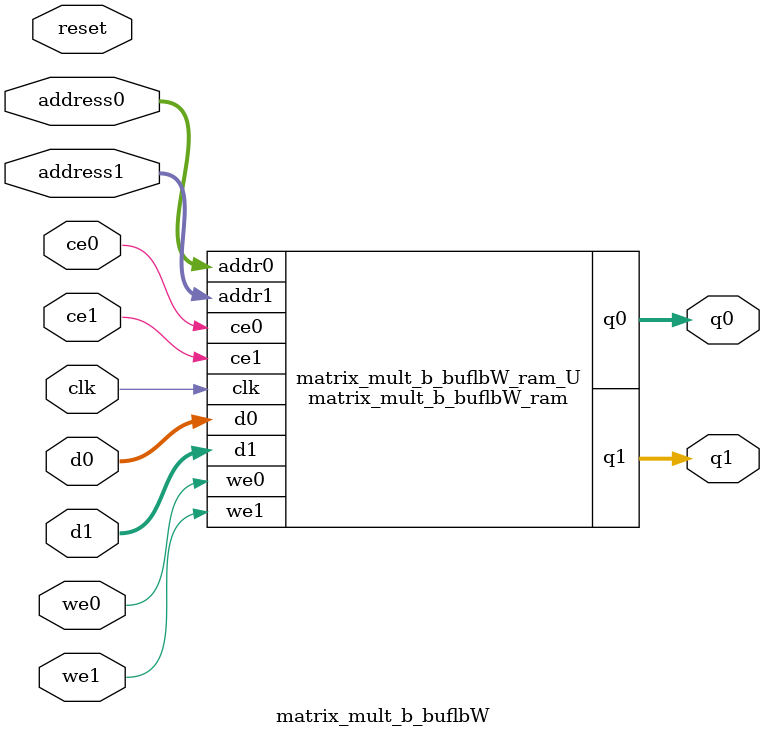
<source format=v>
`timescale 1 ns / 1 ps
module matrix_mult_b_buflbW_ram (addr0, ce0, d0, we0, q0, addr1, ce1, d1, we1, q1,  clk);

parameter DWIDTH = 16;
parameter AWIDTH = 4;
parameter MEM_SIZE = 10;

input[AWIDTH-1:0] addr0;
input ce0;
input[DWIDTH-1:0] d0;
input we0;
output reg[DWIDTH-1:0] q0;
input[AWIDTH-1:0] addr1;
input ce1;
input[DWIDTH-1:0] d1;
input we1;
output reg[DWIDTH-1:0] q1;
input clk;

(* ram_style = "block" *)reg [DWIDTH-1:0] ram[0:MEM_SIZE-1];




always @(posedge clk)  
begin 
    if (ce0) begin
        if (we0) 
            ram[addr0] <= d0; 
        q0 <= ram[addr0];
    end
end


always @(posedge clk)  
begin 
    if (ce1) begin
        if (we1) 
            ram[addr1] <= d1; 
        q1 <= ram[addr1];
    end
end


endmodule

`timescale 1 ns / 1 ps
module matrix_mult_b_buflbW(
    reset,
    clk,
    address0,
    ce0,
    we0,
    d0,
    q0,
    address1,
    ce1,
    we1,
    d1,
    q1);

parameter DataWidth = 32'd16;
parameter AddressRange = 32'd10;
parameter AddressWidth = 32'd4;
input reset;
input clk;
input[AddressWidth - 1:0] address0;
input ce0;
input we0;
input[DataWidth - 1:0] d0;
output[DataWidth - 1:0] q0;
input[AddressWidth - 1:0] address1;
input ce1;
input we1;
input[DataWidth - 1:0] d1;
output[DataWidth - 1:0] q1;



matrix_mult_b_buflbW_ram matrix_mult_b_buflbW_ram_U(
    .clk( clk ),
    .addr0( address0 ),
    .ce0( ce0 ),
    .we0( we0 ),
    .d0( d0 ),
    .q0( q0 ),
    .addr1( address1 ),
    .ce1( ce1 ),
    .we1( we1 ),
    .d1( d1 ),
    .q1( q1 ));

endmodule


</source>
